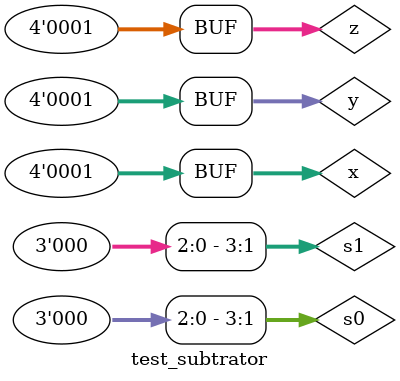
<source format=v>


module subtrator (output s0, output s1, input a, input b, input c); 
	wire xAB, n0, orNAB, andNAB, andORC;
	xor (xAB, a, b);
	not (n0, a);
	or  (orNAB, n0, b);
	and (andNAB, n0, b);
	xor (s0, xAB, c);
	and (andORC, orNAB, c);
	or  (s1, andORC, andNAB);
endmodule // subtrator

module test_subtrator; 
// ------------------------- definir dados 
	reg [3:0] x; 
	reg [3:0] y; 
	reg [3:0] z; 
	wire [3:0] s0; 
	wire [3:0] s1;
	
	subtrator subCompleto (s0, s1, x, y, z);

initial begin:start
	x = 0;
	y = 0;
	z = 0;
end 	
	
// ------------------------- parte principal 
initial begin 
$display("Exemplo0022 - Oswaldo Oliveira Paulino - 382175"); 
$display("Test ALU's subtrator"); 
$monitor("%b - %b - %b = %b %b", x, y, z, s1, s0);

#1
x = 0; y = 0; z = 0;
#1
x = 0; y = 0; z = 1;
#1
x = 0; y = 1; z = 0;
#1
x = 0; y = 1; z = 1;
#1
x = 1; y = 0; z = 0;
#1
x = 1; y = 0; z = 1;
#1
x = 1; y = 1; z = 0;
#1
x = 1; y = 1; z = 1;

end 
endmodule // test_subtrator 

// ----------------------------- documentacao complementar
/*
    Exemplo0022 - Oswaldo Oliveira Paulino - 382175
    Test ALU's subtrator
    0000 - 0000 - 0000 = 0000 0000
    0000 - 0000 - 0001 = 0001 0001
    0000 - 0001 - 0000 = 0001 0001
    0000 - 0001 - 0001 = 0001 0000
    0001 - 0000 - 0000 = 0000 0001
    0001 - 0000 - 0001 = 0000 0000
    0001 - 0001 - 0000 = 0000 0000
    0001 - 0001 - 0001 = 0001 0001
*/
</source>
